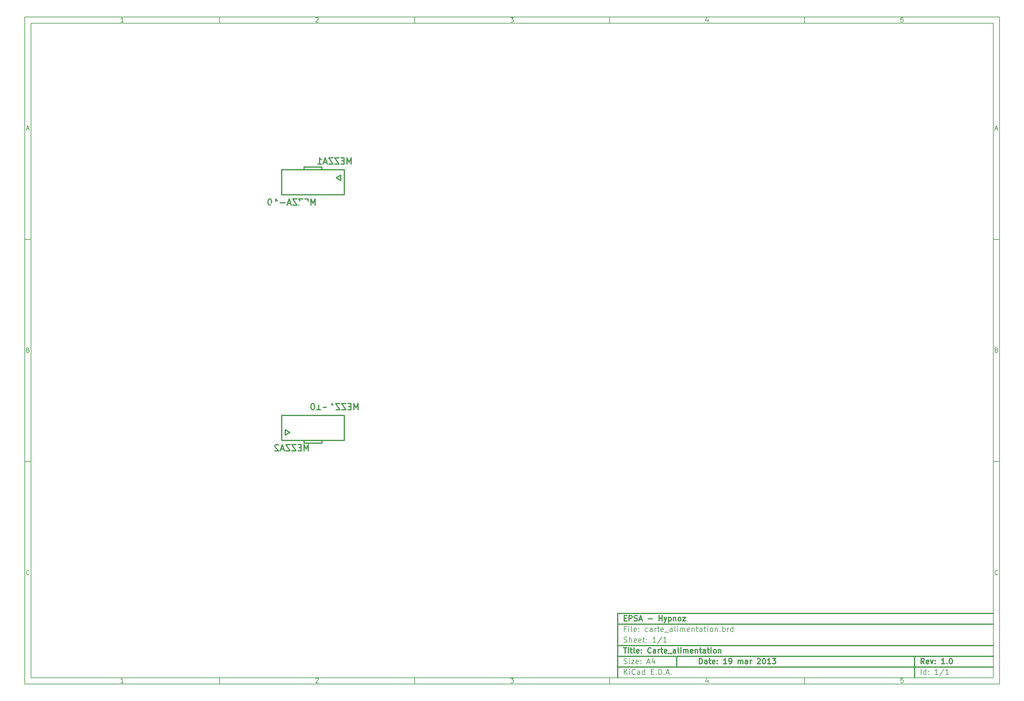
<source format=gbo>
G04 (created by PCBNEW-RS274X (2012-01-19 BZR 3256)-stable) date 19/03/2013 14:49:39*
G01*
G70*
G90*
%MOIN*%
G04 Gerber Fmt 3.4, Leading zero omitted, Abs format*
%FSLAX34Y34*%
G04 APERTURE LIST*
%ADD10C,0.006000*%
%ADD11C,0.012000*%
%ADD12C,0.014000*%
%ADD13C,0.235000*%
%ADD14R,0.105000X0.105000*%
%ADD15C,0.105000*%
%ADD16C,0.270000*%
%ADD17C,0.100000*%
%ADD18R,0.110000X0.110000*%
%ADD19C,0.110000*%
%ADD20C,0.090000*%
%ADD21R,0.095000X0.095000*%
%ADD22C,0.095000*%
%ADD23C,0.170000*%
%ADD24R,0.120000X0.120000*%
%ADD25C,0.120000*%
G04 APERTURE END LIST*
G54D10*
X04000Y-04000D02*
X113000Y-04000D01*
X113000Y-78670D01*
X04000Y-78670D01*
X04000Y-04000D01*
X04700Y-04700D02*
X112300Y-04700D01*
X112300Y-77970D01*
X04700Y-77970D01*
X04700Y-04700D01*
X25800Y-04000D02*
X25800Y-04700D01*
X15043Y-04552D02*
X14757Y-04552D01*
X14900Y-04552D02*
X14900Y-04052D01*
X14852Y-04124D01*
X14805Y-04171D01*
X14757Y-04195D01*
X25800Y-78670D02*
X25800Y-77970D01*
X15043Y-78522D02*
X14757Y-78522D01*
X14900Y-78522D02*
X14900Y-78022D01*
X14852Y-78094D01*
X14805Y-78141D01*
X14757Y-78165D01*
X47600Y-04000D02*
X47600Y-04700D01*
X36557Y-04100D02*
X36581Y-04076D01*
X36629Y-04052D01*
X36748Y-04052D01*
X36795Y-04076D01*
X36819Y-04100D01*
X36843Y-04148D01*
X36843Y-04195D01*
X36819Y-04267D01*
X36533Y-04552D01*
X36843Y-04552D01*
X47600Y-78670D02*
X47600Y-77970D01*
X36557Y-78070D02*
X36581Y-78046D01*
X36629Y-78022D01*
X36748Y-78022D01*
X36795Y-78046D01*
X36819Y-78070D01*
X36843Y-78118D01*
X36843Y-78165D01*
X36819Y-78237D01*
X36533Y-78522D01*
X36843Y-78522D01*
X69400Y-04000D02*
X69400Y-04700D01*
X58333Y-04052D02*
X58643Y-04052D01*
X58476Y-04243D01*
X58548Y-04243D01*
X58595Y-04267D01*
X58619Y-04290D01*
X58643Y-04338D01*
X58643Y-04457D01*
X58619Y-04505D01*
X58595Y-04529D01*
X58548Y-04552D01*
X58405Y-04552D01*
X58357Y-04529D01*
X58333Y-04505D01*
X69400Y-78670D02*
X69400Y-77970D01*
X58333Y-78022D02*
X58643Y-78022D01*
X58476Y-78213D01*
X58548Y-78213D01*
X58595Y-78237D01*
X58619Y-78260D01*
X58643Y-78308D01*
X58643Y-78427D01*
X58619Y-78475D01*
X58595Y-78499D01*
X58548Y-78522D01*
X58405Y-78522D01*
X58357Y-78499D01*
X58333Y-78475D01*
X91200Y-04000D02*
X91200Y-04700D01*
X80395Y-04219D02*
X80395Y-04552D01*
X80276Y-04029D02*
X80157Y-04386D01*
X80467Y-04386D01*
X91200Y-78670D02*
X91200Y-77970D01*
X80395Y-78189D02*
X80395Y-78522D01*
X80276Y-77999D02*
X80157Y-78356D01*
X80467Y-78356D01*
X102219Y-04052D02*
X101981Y-04052D01*
X101957Y-04290D01*
X101981Y-04267D01*
X102029Y-04243D01*
X102148Y-04243D01*
X102195Y-04267D01*
X102219Y-04290D01*
X102243Y-04338D01*
X102243Y-04457D01*
X102219Y-04505D01*
X102195Y-04529D01*
X102148Y-04552D01*
X102029Y-04552D01*
X101981Y-04529D01*
X101957Y-04505D01*
X102219Y-78022D02*
X101981Y-78022D01*
X101957Y-78260D01*
X101981Y-78237D01*
X102029Y-78213D01*
X102148Y-78213D01*
X102195Y-78237D01*
X102219Y-78260D01*
X102243Y-78308D01*
X102243Y-78427D01*
X102219Y-78475D01*
X102195Y-78499D01*
X102148Y-78522D01*
X102029Y-78522D01*
X101981Y-78499D01*
X101957Y-78475D01*
X04000Y-28890D02*
X04700Y-28890D01*
X04231Y-16510D02*
X04469Y-16510D01*
X04184Y-16652D02*
X04350Y-16152D01*
X04517Y-16652D01*
X113000Y-28890D02*
X112300Y-28890D01*
X112531Y-16510D02*
X112769Y-16510D01*
X112484Y-16652D02*
X112650Y-16152D01*
X112817Y-16652D01*
X04000Y-53780D02*
X04700Y-53780D01*
X04386Y-41280D02*
X04457Y-41304D01*
X04481Y-41328D01*
X04505Y-41376D01*
X04505Y-41447D01*
X04481Y-41495D01*
X04457Y-41519D01*
X04410Y-41542D01*
X04219Y-41542D01*
X04219Y-41042D01*
X04386Y-41042D01*
X04433Y-41066D01*
X04457Y-41090D01*
X04481Y-41138D01*
X04481Y-41185D01*
X04457Y-41233D01*
X04433Y-41257D01*
X04386Y-41280D01*
X04219Y-41280D01*
X113000Y-53780D02*
X112300Y-53780D01*
X112686Y-41280D02*
X112757Y-41304D01*
X112781Y-41328D01*
X112805Y-41376D01*
X112805Y-41447D01*
X112781Y-41495D01*
X112757Y-41519D01*
X112710Y-41542D01*
X112519Y-41542D01*
X112519Y-41042D01*
X112686Y-41042D01*
X112733Y-41066D01*
X112757Y-41090D01*
X112781Y-41138D01*
X112781Y-41185D01*
X112757Y-41233D01*
X112733Y-41257D01*
X112686Y-41280D01*
X112519Y-41280D01*
X04505Y-66385D02*
X04481Y-66409D01*
X04410Y-66432D01*
X04362Y-66432D01*
X04290Y-66409D01*
X04243Y-66361D01*
X04219Y-66313D01*
X04195Y-66218D01*
X04195Y-66147D01*
X04219Y-66051D01*
X04243Y-66004D01*
X04290Y-65956D01*
X04362Y-65932D01*
X04410Y-65932D01*
X04481Y-65956D01*
X04505Y-65980D01*
X112805Y-66385D02*
X112781Y-66409D01*
X112710Y-66432D01*
X112662Y-66432D01*
X112590Y-66409D01*
X112543Y-66361D01*
X112519Y-66313D01*
X112495Y-66218D01*
X112495Y-66147D01*
X112519Y-66051D01*
X112543Y-66004D01*
X112590Y-65956D01*
X112662Y-65932D01*
X112710Y-65932D01*
X112781Y-65956D01*
X112805Y-65980D01*
G54D11*
X79443Y-76413D02*
X79443Y-75813D01*
X79586Y-75813D01*
X79671Y-75841D01*
X79729Y-75899D01*
X79757Y-75956D01*
X79786Y-76070D01*
X79786Y-76156D01*
X79757Y-76270D01*
X79729Y-76327D01*
X79671Y-76384D01*
X79586Y-76413D01*
X79443Y-76413D01*
X80300Y-76413D02*
X80300Y-76099D01*
X80271Y-76041D01*
X80214Y-76013D01*
X80100Y-76013D01*
X80043Y-76041D01*
X80300Y-76384D02*
X80243Y-76413D01*
X80100Y-76413D01*
X80043Y-76384D01*
X80014Y-76327D01*
X80014Y-76270D01*
X80043Y-76213D01*
X80100Y-76184D01*
X80243Y-76184D01*
X80300Y-76156D01*
X80500Y-76013D02*
X80729Y-76013D01*
X80586Y-75813D02*
X80586Y-76327D01*
X80614Y-76384D01*
X80672Y-76413D01*
X80729Y-76413D01*
X81157Y-76384D02*
X81100Y-76413D01*
X80986Y-76413D01*
X80929Y-76384D01*
X80900Y-76327D01*
X80900Y-76099D01*
X80929Y-76041D01*
X80986Y-76013D01*
X81100Y-76013D01*
X81157Y-76041D01*
X81186Y-76099D01*
X81186Y-76156D01*
X80900Y-76213D01*
X81443Y-76356D02*
X81471Y-76384D01*
X81443Y-76413D01*
X81414Y-76384D01*
X81443Y-76356D01*
X81443Y-76413D01*
X81443Y-76041D02*
X81471Y-76070D01*
X81443Y-76099D01*
X81414Y-76070D01*
X81443Y-76041D01*
X81443Y-76099D01*
X82500Y-76413D02*
X82157Y-76413D01*
X82329Y-76413D02*
X82329Y-75813D01*
X82272Y-75899D01*
X82214Y-75956D01*
X82157Y-75984D01*
X82785Y-76413D02*
X82900Y-76413D01*
X82957Y-76384D01*
X82985Y-76356D01*
X83043Y-76270D01*
X83071Y-76156D01*
X83071Y-75927D01*
X83043Y-75870D01*
X83014Y-75841D01*
X82957Y-75813D01*
X82843Y-75813D01*
X82785Y-75841D01*
X82757Y-75870D01*
X82728Y-75927D01*
X82728Y-76070D01*
X82757Y-76127D01*
X82785Y-76156D01*
X82843Y-76184D01*
X82957Y-76184D01*
X83014Y-76156D01*
X83043Y-76127D01*
X83071Y-76070D01*
X83785Y-76413D02*
X83785Y-76013D01*
X83785Y-76070D02*
X83813Y-76041D01*
X83871Y-76013D01*
X83956Y-76013D01*
X84013Y-76041D01*
X84042Y-76099D01*
X84042Y-76413D01*
X84042Y-76099D02*
X84071Y-76041D01*
X84128Y-76013D01*
X84213Y-76013D01*
X84271Y-76041D01*
X84299Y-76099D01*
X84299Y-76413D01*
X84842Y-76413D02*
X84842Y-76099D01*
X84813Y-76041D01*
X84756Y-76013D01*
X84642Y-76013D01*
X84585Y-76041D01*
X84842Y-76384D02*
X84785Y-76413D01*
X84642Y-76413D01*
X84585Y-76384D01*
X84556Y-76327D01*
X84556Y-76270D01*
X84585Y-76213D01*
X84642Y-76184D01*
X84785Y-76184D01*
X84842Y-76156D01*
X85128Y-76413D02*
X85128Y-76013D01*
X85128Y-76127D02*
X85156Y-76070D01*
X85185Y-76041D01*
X85242Y-76013D01*
X85299Y-76013D01*
X85927Y-75870D02*
X85956Y-75841D01*
X86013Y-75813D01*
X86156Y-75813D01*
X86213Y-75841D01*
X86242Y-75870D01*
X86270Y-75927D01*
X86270Y-75984D01*
X86242Y-76070D01*
X85899Y-76413D01*
X86270Y-76413D01*
X86641Y-75813D02*
X86698Y-75813D01*
X86755Y-75841D01*
X86784Y-75870D01*
X86813Y-75927D01*
X86841Y-76041D01*
X86841Y-76184D01*
X86813Y-76299D01*
X86784Y-76356D01*
X86755Y-76384D01*
X86698Y-76413D01*
X86641Y-76413D01*
X86584Y-76384D01*
X86555Y-76356D01*
X86527Y-76299D01*
X86498Y-76184D01*
X86498Y-76041D01*
X86527Y-75927D01*
X86555Y-75870D01*
X86584Y-75841D01*
X86641Y-75813D01*
X87412Y-76413D02*
X87069Y-76413D01*
X87241Y-76413D02*
X87241Y-75813D01*
X87184Y-75899D01*
X87126Y-75956D01*
X87069Y-75984D01*
X87612Y-75813D02*
X87983Y-75813D01*
X87783Y-76041D01*
X87869Y-76041D01*
X87926Y-76070D01*
X87955Y-76099D01*
X87983Y-76156D01*
X87983Y-76299D01*
X87955Y-76356D01*
X87926Y-76384D01*
X87869Y-76413D01*
X87697Y-76413D01*
X87640Y-76384D01*
X87612Y-76356D01*
G54D10*
X71043Y-77613D02*
X71043Y-77013D01*
X71386Y-77613D02*
X71129Y-77270D01*
X71386Y-77013D02*
X71043Y-77356D01*
X71643Y-77613D02*
X71643Y-77213D01*
X71643Y-77013D02*
X71614Y-77041D01*
X71643Y-77070D01*
X71671Y-77041D01*
X71643Y-77013D01*
X71643Y-77070D01*
X72272Y-77556D02*
X72243Y-77584D01*
X72157Y-77613D01*
X72100Y-77613D01*
X72015Y-77584D01*
X71957Y-77527D01*
X71929Y-77470D01*
X71900Y-77356D01*
X71900Y-77270D01*
X71929Y-77156D01*
X71957Y-77099D01*
X72015Y-77041D01*
X72100Y-77013D01*
X72157Y-77013D01*
X72243Y-77041D01*
X72272Y-77070D01*
X72786Y-77613D02*
X72786Y-77299D01*
X72757Y-77241D01*
X72700Y-77213D01*
X72586Y-77213D01*
X72529Y-77241D01*
X72786Y-77584D02*
X72729Y-77613D01*
X72586Y-77613D01*
X72529Y-77584D01*
X72500Y-77527D01*
X72500Y-77470D01*
X72529Y-77413D01*
X72586Y-77384D01*
X72729Y-77384D01*
X72786Y-77356D01*
X73329Y-77613D02*
X73329Y-77013D01*
X73329Y-77584D02*
X73272Y-77613D01*
X73158Y-77613D01*
X73100Y-77584D01*
X73072Y-77556D01*
X73043Y-77499D01*
X73043Y-77327D01*
X73072Y-77270D01*
X73100Y-77241D01*
X73158Y-77213D01*
X73272Y-77213D01*
X73329Y-77241D01*
X74072Y-77299D02*
X74272Y-77299D01*
X74358Y-77613D02*
X74072Y-77613D01*
X74072Y-77013D01*
X74358Y-77013D01*
X74615Y-77556D02*
X74643Y-77584D01*
X74615Y-77613D01*
X74586Y-77584D01*
X74615Y-77556D01*
X74615Y-77613D01*
X74901Y-77613D02*
X74901Y-77013D01*
X75044Y-77013D01*
X75129Y-77041D01*
X75187Y-77099D01*
X75215Y-77156D01*
X75244Y-77270D01*
X75244Y-77356D01*
X75215Y-77470D01*
X75187Y-77527D01*
X75129Y-77584D01*
X75044Y-77613D01*
X74901Y-77613D01*
X75501Y-77556D02*
X75529Y-77584D01*
X75501Y-77613D01*
X75472Y-77584D01*
X75501Y-77556D01*
X75501Y-77613D01*
X75758Y-77441D02*
X76044Y-77441D01*
X75701Y-77613D02*
X75901Y-77013D01*
X76101Y-77613D01*
X76301Y-77556D02*
X76329Y-77584D01*
X76301Y-77613D01*
X76272Y-77584D01*
X76301Y-77556D01*
X76301Y-77613D01*
G54D11*
X104586Y-76413D02*
X104386Y-76127D01*
X104243Y-76413D02*
X104243Y-75813D01*
X104471Y-75813D01*
X104529Y-75841D01*
X104557Y-75870D01*
X104586Y-75927D01*
X104586Y-76013D01*
X104557Y-76070D01*
X104529Y-76099D01*
X104471Y-76127D01*
X104243Y-76127D01*
X105071Y-76384D02*
X105014Y-76413D01*
X104900Y-76413D01*
X104843Y-76384D01*
X104814Y-76327D01*
X104814Y-76099D01*
X104843Y-76041D01*
X104900Y-76013D01*
X105014Y-76013D01*
X105071Y-76041D01*
X105100Y-76099D01*
X105100Y-76156D01*
X104814Y-76213D01*
X105300Y-76013D02*
X105443Y-76413D01*
X105585Y-76013D01*
X105814Y-76356D02*
X105842Y-76384D01*
X105814Y-76413D01*
X105785Y-76384D01*
X105814Y-76356D01*
X105814Y-76413D01*
X105814Y-76041D02*
X105842Y-76070D01*
X105814Y-76099D01*
X105785Y-76070D01*
X105814Y-76041D01*
X105814Y-76099D01*
X106871Y-76413D02*
X106528Y-76413D01*
X106700Y-76413D02*
X106700Y-75813D01*
X106643Y-75899D01*
X106585Y-75956D01*
X106528Y-75984D01*
X107128Y-76356D02*
X107156Y-76384D01*
X107128Y-76413D01*
X107099Y-76384D01*
X107128Y-76356D01*
X107128Y-76413D01*
X107528Y-75813D02*
X107585Y-75813D01*
X107642Y-75841D01*
X107671Y-75870D01*
X107700Y-75927D01*
X107728Y-76041D01*
X107728Y-76184D01*
X107700Y-76299D01*
X107671Y-76356D01*
X107642Y-76384D01*
X107585Y-76413D01*
X107528Y-76413D01*
X107471Y-76384D01*
X107442Y-76356D01*
X107414Y-76299D01*
X107385Y-76184D01*
X107385Y-76041D01*
X107414Y-75927D01*
X107442Y-75870D01*
X107471Y-75841D01*
X107528Y-75813D01*
G54D10*
X71014Y-76384D02*
X71100Y-76413D01*
X71243Y-76413D01*
X71300Y-76384D01*
X71329Y-76356D01*
X71357Y-76299D01*
X71357Y-76241D01*
X71329Y-76184D01*
X71300Y-76156D01*
X71243Y-76127D01*
X71129Y-76099D01*
X71071Y-76070D01*
X71043Y-76041D01*
X71014Y-75984D01*
X71014Y-75927D01*
X71043Y-75870D01*
X71071Y-75841D01*
X71129Y-75813D01*
X71271Y-75813D01*
X71357Y-75841D01*
X71614Y-76413D02*
X71614Y-76013D01*
X71614Y-75813D02*
X71585Y-75841D01*
X71614Y-75870D01*
X71642Y-75841D01*
X71614Y-75813D01*
X71614Y-75870D01*
X71843Y-76013D02*
X72157Y-76013D01*
X71843Y-76413D01*
X72157Y-76413D01*
X72614Y-76384D02*
X72557Y-76413D01*
X72443Y-76413D01*
X72386Y-76384D01*
X72357Y-76327D01*
X72357Y-76099D01*
X72386Y-76041D01*
X72443Y-76013D01*
X72557Y-76013D01*
X72614Y-76041D01*
X72643Y-76099D01*
X72643Y-76156D01*
X72357Y-76213D01*
X72900Y-76356D02*
X72928Y-76384D01*
X72900Y-76413D01*
X72871Y-76384D01*
X72900Y-76356D01*
X72900Y-76413D01*
X72900Y-76041D02*
X72928Y-76070D01*
X72900Y-76099D01*
X72871Y-76070D01*
X72900Y-76041D01*
X72900Y-76099D01*
X73614Y-76241D02*
X73900Y-76241D01*
X73557Y-76413D02*
X73757Y-75813D01*
X73957Y-76413D01*
X74414Y-76013D02*
X74414Y-76413D01*
X74271Y-75784D02*
X74128Y-76213D01*
X74500Y-76213D01*
X104243Y-77613D02*
X104243Y-77013D01*
X104786Y-77613D02*
X104786Y-77013D01*
X104786Y-77584D02*
X104729Y-77613D01*
X104615Y-77613D01*
X104557Y-77584D01*
X104529Y-77556D01*
X104500Y-77499D01*
X104500Y-77327D01*
X104529Y-77270D01*
X104557Y-77241D01*
X104615Y-77213D01*
X104729Y-77213D01*
X104786Y-77241D01*
X105072Y-77556D02*
X105100Y-77584D01*
X105072Y-77613D01*
X105043Y-77584D01*
X105072Y-77556D01*
X105072Y-77613D01*
X105072Y-77241D02*
X105100Y-77270D01*
X105072Y-77299D01*
X105043Y-77270D01*
X105072Y-77241D01*
X105072Y-77299D01*
X106129Y-77613D02*
X105786Y-77613D01*
X105958Y-77613D02*
X105958Y-77013D01*
X105901Y-77099D01*
X105843Y-77156D01*
X105786Y-77184D01*
X106814Y-76984D02*
X106300Y-77756D01*
X107329Y-77613D02*
X106986Y-77613D01*
X107158Y-77613D02*
X107158Y-77013D01*
X107101Y-77099D01*
X107043Y-77156D01*
X106986Y-77184D01*
G54D11*
X70957Y-74613D02*
X71300Y-74613D01*
X71129Y-75213D02*
X71129Y-74613D01*
X71500Y-75213D02*
X71500Y-74813D01*
X71500Y-74613D02*
X71471Y-74641D01*
X71500Y-74670D01*
X71528Y-74641D01*
X71500Y-74613D01*
X71500Y-74670D01*
X71700Y-74813D02*
X71929Y-74813D01*
X71786Y-74613D02*
X71786Y-75127D01*
X71814Y-75184D01*
X71872Y-75213D01*
X71929Y-75213D01*
X72215Y-75213D02*
X72157Y-75184D01*
X72129Y-75127D01*
X72129Y-74613D01*
X72671Y-75184D02*
X72614Y-75213D01*
X72500Y-75213D01*
X72443Y-75184D01*
X72414Y-75127D01*
X72414Y-74899D01*
X72443Y-74841D01*
X72500Y-74813D01*
X72614Y-74813D01*
X72671Y-74841D01*
X72700Y-74899D01*
X72700Y-74956D01*
X72414Y-75013D01*
X72957Y-75156D02*
X72985Y-75184D01*
X72957Y-75213D01*
X72928Y-75184D01*
X72957Y-75156D01*
X72957Y-75213D01*
X72957Y-74841D02*
X72985Y-74870D01*
X72957Y-74899D01*
X72928Y-74870D01*
X72957Y-74841D01*
X72957Y-74899D01*
X74043Y-75156D02*
X74014Y-75184D01*
X73928Y-75213D01*
X73871Y-75213D01*
X73786Y-75184D01*
X73728Y-75127D01*
X73700Y-75070D01*
X73671Y-74956D01*
X73671Y-74870D01*
X73700Y-74756D01*
X73728Y-74699D01*
X73786Y-74641D01*
X73871Y-74613D01*
X73928Y-74613D01*
X74014Y-74641D01*
X74043Y-74670D01*
X74557Y-75213D02*
X74557Y-74899D01*
X74528Y-74841D01*
X74471Y-74813D01*
X74357Y-74813D01*
X74300Y-74841D01*
X74557Y-75184D02*
X74500Y-75213D01*
X74357Y-75213D01*
X74300Y-75184D01*
X74271Y-75127D01*
X74271Y-75070D01*
X74300Y-75013D01*
X74357Y-74984D01*
X74500Y-74984D01*
X74557Y-74956D01*
X74843Y-75213D02*
X74843Y-74813D01*
X74843Y-74927D02*
X74871Y-74870D01*
X74900Y-74841D01*
X74957Y-74813D01*
X75014Y-74813D01*
X75128Y-74813D02*
X75357Y-74813D01*
X75214Y-74613D02*
X75214Y-75127D01*
X75242Y-75184D01*
X75300Y-75213D01*
X75357Y-75213D01*
X75785Y-75184D02*
X75728Y-75213D01*
X75614Y-75213D01*
X75557Y-75184D01*
X75528Y-75127D01*
X75528Y-74899D01*
X75557Y-74841D01*
X75614Y-74813D01*
X75728Y-74813D01*
X75785Y-74841D01*
X75814Y-74899D01*
X75814Y-74956D01*
X75528Y-75013D01*
X75928Y-75270D02*
X76385Y-75270D01*
X76785Y-75213D02*
X76785Y-74899D01*
X76756Y-74841D01*
X76699Y-74813D01*
X76585Y-74813D01*
X76528Y-74841D01*
X76785Y-75184D02*
X76728Y-75213D01*
X76585Y-75213D01*
X76528Y-75184D01*
X76499Y-75127D01*
X76499Y-75070D01*
X76528Y-75013D01*
X76585Y-74984D01*
X76728Y-74984D01*
X76785Y-74956D01*
X77157Y-75213D02*
X77099Y-75184D01*
X77071Y-75127D01*
X77071Y-74613D01*
X77385Y-75213D02*
X77385Y-74813D01*
X77385Y-74613D02*
X77356Y-74641D01*
X77385Y-74670D01*
X77413Y-74641D01*
X77385Y-74613D01*
X77385Y-74670D01*
X77671Y-75213D02*
X77671Y-74813D01*
X77671Y-74870D02*
X77699Y-74841D01*
X77757Y-74813D01*
X77842Y-74813D01*
X77899Y-74841D01*
X77928Y-74899D01*
X77928Y-75213D01*
X77928Y-74899D02*
X77957Y-74841D01*
X78014Y-74813D01*
X78099Y-74813D01*
X78157Y-74841D01*
X78185Y-74899D01*
X78185Y-75213D01*
X78699Y-75184D02*
X78642Y-75213D01*
X78528Y-75213D01*
X78471Y-75184D01*
X78442Y-75127D01*
X78442Y-74899D01*
X78471Y-74841D01*
X78528Y-74813D01*
X78642Y-74813D01*
X78699Y-74841D01*
X78728Y-74899D01*
X78728Y-74956D01*
X78442Y-75013D01*
X78985Y-74813D02*
X78985Y-75213D01*
X78985Y-74870D02*
X79013Y-74841D01*
X79071Y-74813D01*
X79156Y-74813D01*
X79213Y-74841D01*
X79242Y-74899D01*
X79242Y-75213D01*
X79442Y-74813D02*
X79671Y-74813D01*
X79528Y-74613D02*
X79528Y-75127D01*
X79556Y-75184D01*
X79614Y-75213D01*
X79671Y-75213D01*
X80128Y-75213D02*
X80128Y-74899D01*
X80099Y-74841D01*
X80042Y-74813D01*
X79928Y-74813D01*
X79871Y-74841D01*
X80128Y-75184D02*
X80071Y-75213D01*
X79928Y-75213D01*
X79871Y-75184D01*
X79842Y-75127D01*
X79842Y-75070D01*
X79871Y-75013D01*
X79928Y-74984D01*
X80071Y-74984D01*
X80128Y-74956D01*
X80328Y-74813D02*
X80557Y-74813D01*
X80414Y-74613D02*
X80414Y-75127D01*
X80442Y-75184D01*
X80500Y-75213D01*
X80557Y-75213D01*
X80757Y-75213D02*
X80757Y-74813D01*
X80757Y-74613D02*
X80728Y-74641D01*
X80757Y-74670D01*
X80785Y-74641D01*
X80757Y-74613D01*
X80757Y-74670D01*
X81129Y-75213D02*
X81071Y-75184D01*
X81043Y-75156D01*
X81014Y-75099D01*
X81014Y-74927D01*
X81043Y-74870D01*
X81071Y-74841D01*
X81129Y-74813D01*
X81214Y-74813D01*
X81271Y-74841D01*
X81300Y-74870D01*
X81329Y-74927D01*
X81329Y-75099D01*
X81300Y-75156D01*
X81271Y-75184D01*
X81214Y-75213D01*
X81129Y-75213D01*
X81586Y-74813D02*
X81586Y-75213D01*
X81586Y-74870D02*
X81614Y-74841D01*
X81672Y-74813D01*
X81757Y-74813D01*
X81814Y-74841D01*
X81843Y-74899D01*
X81843Y-75213D01*
G54D10*
X71243Y-72499D02*
X71043Y-72499D01*
X71043Y-72813D02*
X71043Y-72213D01*
X71329Y-72213D01*
X71557Y-72813D02*
X71557Y-72413D01*
X71557Y-72213D02*
X71528Y-72241D01*
X71557Y-72270D01*
X71585Y-72241D01*
X71557Y-72213D01*
X71557Y-72270D01*
X71929Y-72813D02*
X71871Y-72784D01*
X71843Y-72727D01*
X71843Y-72213D01*
X72385Y-72784D02*
X72328Y-72813D01*
X72214Y-72813D01*
X72157Y-72784D01*
X72128Y-72727D01*
X72128Y-72499D01*
X72157Y-72441D01*
X72214Y-72413D01*
X72328Y-72413D01*
X72385Y-72441D01*
X72414Y-72499D01*
X72414Y-72556D01*
X72128Y-72613D01*
X72671Y-72756D02*
X72699Y-72784D01*
X72671Y-72813D01*
X72642Y-72784D01*
X72671Y-72756D01*
X72671Y-72813D01*
X72671Y-72441D02*
X72699Y-72470D01*
X72671Y-72499D01*
X72642Y-72470D01*
X72671Y-72441D01*
X72671Y-72499D01*
X73671Y-72784D02*
X73614Y-72813D01*
X73500Y-72813D01*
X73442Y-72784D01*
X73414Y-72756D01*
X73385Y-72699D01*
X73385Y-72527D01*
X73414Y-72470D01*
X73442Y-72441D01*
X73500Y-72413D01*
X73614Y-72413D01*
X73671Y-72441D01*
X74185Y-72813D02*
X74185Y-72499D01*
X74156Y-72441D01*
X74099Y-72413D01*
X73985Y-72413D01*
X73928Y-72441D01*
X74185Y-72784D02*
X74128Y-72813D01*
X73985Y-72813D01*
X73928Y-72784D01*
X73899Y-72727D01*
X73899Y-72670D01*
X73928Y-72613D01*
X73985Y-72584D01*
X74128Y-72584D01*
X74185Y-72556D01*
X74471Y-72813D02*
X74471Y-72413D01*
X74471Y-72527D02*
X74499Y-72470D01*
X74528Y-72441D01*
X74585Y-72413D01*
X74642Y-72413D01*
X74756Y-72413D02*
X74985Y-72413D01*
X74842Y-72213D02*
X74842Y-72727D01*
X74870Y-72784D01*
X74928Y-72813D01*
X74985Y-72813D01*
X75413Y-72784D02*
X75356Y-72813D01*
X75242Y-72813D01*
X75185Y-72784D01*
X75156Y-72727D01*
X75156Y-72499D01*
X75185Y-72441D01*
X75242Y-72413D01*
X75356Y-72413D01*
X75413Y-72441D01*
X75442Y-72499D01*
X75442Y-72556D01*
X75156Y-72613D01*
X75556Y-72870D02*
X76013Y-72870D01*
X76413Y-72813D02*
X76413Y-72499D01*
X76384Y-72441D01*
X76327Y-72413D01*
X76213Y-72413D01*
X76156Y-72441D01*
X76413Y-72784D02*
X76356Y-72813D01*
X76213Y-72813D01*
X76156Y-72784D01*
X76127Y-72727D01*
X76127Y-72670D01*
X76156Y-72613D01*
X76213Y-72584D01*
X76356Y-72584D01*
X76413Y-72556D01*
X76785Y-72813D02*
X76727Y-72784D01*
X76699Y-72727D01*
X76699Y-72213D01*
X77013Y-72813D02*
X77013Y-72413D01*
X77013Y-72213D02*
X76984Y-72241D01*
X77013Y-72270D01*
X77041Y-72241D01*
X77013Y-72213D01*
X77013Y-72270D01*
X77299Y-72813D02*
X77299Y-72413D01*
X77299Y-72470D02*
X77327Y-72441D01*
X77385Y-72413D01*
X77470Y-72413D01*
X77527Y-72441D01*
X77556Y-72499D01*
X77556Y-72813D01*
X77556Y-72499D02*
X77585Y-72441D01*
X77642Y-72413D01*
X77727Y-72413D01*
X77785Y-72441D01*
X77813Y-72499D01*
X77813Y-72813D01*
X78327Y-72784D02*
X78270Y-72813D01*
X78156Y-72813D01*
X78099Y-72784D01*
X78070Y-72727D01*
X78070Y-72499D01*
X78099Y-72441D01*
X78156Y-72413D01*
X78270Y-72413D01*
X78327Y-72441D01*
X78356Y-72499D01*
X78356Y-72556D01*
X78070Y-72613D01*
X78613Y-72413D02*
X78613Y-72813D01*
X78613Y-72470D02*
X78641Y-72441D01*
X78699Y-72413D01*
X78784Y-72413D01*
X78841Y-72441D01*
X78870Y-72499D01*
X78870Y-72813D01*
X79070Y-72413D02*
X79299Y-72413D01*
X79156Y-72213D02*
X79156Y-72727D01*
X79184Y-72784D01*
X79242Y-72813D01*
X79299Y-72813D01*
X79756Y-72813D02*
X79756Y-72499D01*
X79727Y-72441D01*
X79670Y-72413D01*
X79556Y-72413D01*
X79499Y-72441D01*
X79756Y-72784D02*
X79699Y-72813D01*
X79556Y-72813D01*
X79499Y-72784D01*
X79470Y-72727D01*
X79470Y-72670D01*
X79499Y-72613D01*
X79556Y-72584D01*
X79699Y-72584D01*
X79756Y-72556D01*
X79956Y-72413D02*
X80185Y-72413D01*
X80042Y-72213D02*
X80042Y-72727D01*
X80070Y-72784D01*
X80128Y-72813D01*
X80185Y-72813D01*
X80385Y-72813D02*
X80385Y-72413D01*
X80385Y-72213D02*
X80356Y-72241D01*
X80385Y-72270D01*
X80413Y-72241D01*
X80385Y-72213D01*
X80385Y-72270D01*
X80757Y-72813D02*
X80699Y-72784D01*
X80671Y-72756D01*
X80642Y-72699D01*
X80642Y-72527D01*
X80671Y-72470D01*
X80699Y-72441D01*
X80757Y-72413D01*
X80842Y-72413D01*
X80899Y-72441D01*
X80928Y-72470D01*
X80957Y-72527D01*
X80957Y-72699D01*
X80928Y-72756D01*
X80899Y-72784D01*
X80842Y-72813D01*
X80757Y-72813D01*
X81214Y-72413D02*
X81214Y-72813D01*
X81214Y-72470D02*
X81242Y-72441D01*
X81300Y-72413D01*
X81385Y-72413D01*
X81442Y-72441D01*
X81471Y-72499D01*
X81471Y-72813D01*
X81757Y-72756D02*
X81785Y-72784D01*
X81757Y-72813D01*
X81728Y-72784D01*
X81757Y-72756D01*
X81757Y-72813D01*
X82043Y-72813D02*
X82043Y-72213D01*
X82043Y-72441D02*
X82100Y-72413D01*
X82214Y-72413D01*
X82271Y-72441D01*
X82300Y-72470D01*
X82329Y-72527D01*
X82329Y-72699D01*
X82300Y-72756D01*
X82271Y-72784D01*
X82214Y-72813D01*
X82100Y-72813D01*
X82043Y-72784D01*
X82586Y-72813D02*
X82586Y-72413D01*
X82586Y-72527D02*
X82614Y-72470D01*
X82643Y-72441D01*
X82700Y-72413D01*
X82757Y-72413D01*
X83214Y-72813D02*
X83214Y-72213D01*
X83214Y-72784D02*
X83157Y-72813D01*
X83043Y-72813D01*
X82985Y-72784D01*
X82957Y-72756D01*
X82928Y-72699D01*
X82928Y-72527D01*
X82957Y-72470D01*
X82985Y-72441D01*
X83043Y-72413D01*
X83157Y-72413D01*
X83214Y-72441D01*
X71014Y-73984D02*
X71100Y-74013D01*
X71243Y-74013D01*
X71300Y-73984D01*
X71329Y-73956D01*
X71357Y-73899D01*
X71357Y-73841D01*
X71329Y-73784D01*
X71300Y-73756D01*
X71243Y-73727D01*
X71129Y-73699D01*
X71071Y-73670D01*
X71043Y-73641D01*
X71014Y-73584D01*
X71014Y-73527D01*
X71043Y-73470D01*
X71071Y-73441D01*
X71129Y-73413D01*
X71271Y-73413D01*
X71357Y-73441D01*
X71614Y-74013D02*
X71614Y-73413D01*
X71871Y-74013D02*
X71871Y-73699D01*
X71842Y-73641D01*
X71785Y-73613D01*
X71700Y-73613D01*
X71642Y-73641D01*
X71614Y-73670D01*
X72385Y-73984D02*
X72328Y-74013D01*
X72214Y-74013D01*
X72157Y-73984D01*
X72128Y-73927D01*
X72128Y-73699D01*
X72157Y-73641D01*
X72214Y-73613D01*
X72328Y-73613D01*
X72385Y-73641D01*
X72414Y-73699D01*
X72414Y-73756D01*
X72128Y-73813D01*
X72899Y-73984D02*
X72842Y-74013D01*
X72728Y-74013D01*
X72671Y-73984D01*
X72642Y-73927D01*
X72642Y-73699D01*
X72671Y-73641D01*
X72728Y-73613D01*
X72842Y-73613D01*
X72899Y-73641D01*
X72928Y-73699D01*
X72928Y-73756D01*
X72642Y-73813D01*
X73099Y-73613D02*
X73328Y-73613D01*
X73185Y-73413D02*
X73185Y-73927D01*
X73213Y-73984D01*
X73271Y-74013D01*
X73328Y-74013D01*
X73528Y-73956D02*
X73556Y-73984D01*
X73528Y-74013D01*
X73499Y-73984D01*
X73528Y-73956D01*
X73528Y-74013D01*
X73528Y-73641D02*
X73556Y-73670D01*
X73528Y-73699D01*
X73499Y-73670D01*
X73528Y-73641D01*
X73528Y-73699D01*
X74585Y-74013D02*
X74242Y-74013D01*
X74414Y-74013D02*
X74414Y-73413D01*
X74357Y-73499D01*
X74299Y-73556D01*
X74242Y-73584D01*
X75270Y-73384D02*
X74756Y-74156D01*
X75785Y-74013D02*
X75442Y-74013D01*
X75614Y-74013D02*
X75614Y-73413D01*
X75557Y-73499D01*
X75499Y-73556D01*
X75442Y-73584D01*
G54D11*
X71043Y-71299D02*
X71243Y-71299D01*
X71329Y-71613D02*
X71043Y-71613D01*
X71043Y-71013D01*
X71329Y-71013D01*
X71586Y-71613D02*
X71586Y-71013D01*
X71814Y-71013D01*
X71872Y-71041D01*
X71900Y-71070D01*
X71929Y-71127D01*
X71929Y-71213D01*
X71900Y-71270D01*
X71872Y-71299D01*
X71814Y-71327D01*
X71586Y-71327D01*
X72157Y-71584D02*
X72243Y-71613D01*
X72386Y-71613D01*
X72443Y-71584D01*
X72472Y-71556D01*
X72500Y-71499D01*
X72500Y-71441D01*
X72472Y-71384D01*
X72443Y-71356D01*
X72386Y-71327D01*
X72272Y-71299D01*
X72214Y-71270D01*
X72186Y-71241D01*
X72157Y-71184D01*
X72157Y-71127D01*
X72186Y-71070D01*
X72214Y-71041D01*
X72272Y-71013D01*
X72414Y-71013D01*
X72500Y-71041D01*
X72728Y-71441D02*
X73014Y-71441D01*
X72671Y-71613D02*
X72871Y-71013D01*
X73071Y-71613D01*
X73728Y-71384D02*
X74185Y-71384D01*
X74928Y-71613D02*
X74928Y-71013D01*
X74928Y-71299D02*
X75271Y-71299D01*
X75271Y-71613D02*
X75271Y-71013D01*
X75500Y-71213D02*
X75643Y-71613D01*
X75785Y-71213D02*
X75643Y-71613D01*
X75585Y-71756D01*
X75557Y-71784D01*
X75500Y-71813D01*
X76014Y-71213D02*
X76014Y-71813D01*
X76014Y-71241D02*
X76071Y-71213D01*
X76185Y-71213D01*
X76242Y-71241D01*
X76271Y-71270D01*
X76300Y-71327D01*
X76300Y-71499D01*
X76271Y-71556D01*
X76242Y-71584D01*
X76185Y-71613D01*
X76071Y-71613D01*
X76014Y-71584D01*
X76557Y-71213D02*
X76557Y-71613D01*
X76557Y-71270D02*
X76585Y-71241D01*
X76643Y-71213D01*
X76728Y-71213D01*
X76785Y-71241D01*
X76814Y-71299D01*
X76814Y-71613D01*
X77186Y-71613D02*
X77128Y-71584D01*
X77100Y-71556D01*
X77071Y-71499D01*
X77071Y-71327D01*
X77100Y-71270D01*
X77128Y-71241D01*
X77186Y-71213D01*
X77271Y-71213D01*
X77328Y-71241D01*
X77357Y-71270D01*
X77386Y-71327D01*
X77386Y-71499D01*
X77357Y-71556D01*
X77328Y-71584D01*
X77271Y-71613D01*
X77186Y-71613D01*
X77586Y-71213D02*
X77900Y-71213D01*
X77586Y-71613D01*
X77900Y-71613D01*
X70300Y-70770D02*
X70300Y-77970D01*
X70300Y-71970D02*
X112300Y-71970D01*
X70300Y-70770D02*
X112300Y-70770D01*
X70300Y-74370D02*
X112300Y-74370D01*
X103500Y-75570D02*
X103500Y-77970D01*
X70300Y-76770D02*
X112300Y-76770D01*
X70300Y-75570D02*
X112300Y-75570D01*
X76900Y-75570D02*
X76900Y-76770D01*
G54D12*
X35250Y-51400D02*
X37250Y-51400D01*
X35250Y-51700D02*
X37250Y-51700D01*
X32750Y-51400D02*
X32750Y-48600D01*
X39750Y-51400D02*
X39750Y-48600D01*
X35250Y-51700D02*
X35250Y-51400D01*
X35250Y-51400D02*
X32750Y-51400D01*
X32750Y-48600D02*
X39750Y-48600D01*
X39750Y-51400D02*
X37250Y-51400D01*
X37250Y-51400D02*
X37250Y-51700D01*
X33650Y-50500D02*
X33150Y-50200D01*
X33150Y-50200D02*
X33150Y-50800D01*
X33150Y-50800D02*
X33650Y-50500D01*
X37250Y-21100D02*
X35250Y-21100D01*
X37250Y-20800D02*
X35250Y-20800D01*
X39750Y-21100D02*
X39750Y-23900D01*
X32750Y-21100D02*
X32750Y-23900D01*
X37250Y-20800D02*
X37250Y-21100D01*
X37250Y-21100D02*
X39750Y-21100D01*
X39750Y-23900D02*
X32750Y-23900D01*
X32750Y-21100D02*
X35250Y-21100D01*
X35250Y-21100D02*
X35250Y-20800D01*
X38850Y-22000D02*
X39350Y-22300D01*
X39350Y-22300D02*
X39350Y-21700D01*
X39350Y-21700D02*
X38850Y-22000D01*
G54D11*
X35700Y-52583D02*
X35700Y-51883D01*
X35467Y-52383D01*
X35234Y-51883D01*
X35234Y-52583D01*
X34900Y-52217D02*
X34667Y-52217D01*
X34567Y-52583D02*
X34900Y-52583D01*
X34900Y-51883D01*
X34567Y-51883D01*
X34334Y-51883D02*
X33867Y-51883D01*
X34334Y-52583D01*
X33867Y-52583D01*
X33667Y-51883D02*
X33200Y-51883D01*
X33667Y-52583D01*
X33200Y-52583D01*
X32967Y-52383D02*
X32633Y-52383D01*
X33033Y-52583D02*
X32800Y-51883D01*
X32567Y-52583D01*
X32367Y-51950D02*
X32333Y-51917D01*
X32267Y-51883D01*
X32100Y-51883D01*
X32033Y-51917D01*
X32000Y-51950D01*
X31967Y-52017D01*
X31967Y-52083D01*
X32000Y-52183D01*
X32400Y-52583D01*
X31967Y-52583D01*
X41267Y-47983D02*
X41267Y-47283D01*
X41034Y-47783D01*
X40801Y-47283D01*
X40801Y-47983D01*
X40467Y-47617D02*
X40234Y-47617D01*
X40134Y-47983D02*
X40467Y-47983D01*
X40467Y-47283D01*
X40134Y-47283D01*
X39901Y-47283D02*
X39434Y-47283D01*
X39901Y-47983D01*
X39434Y-47983D01*
X39234Y-47283D02*
X38767Y-47283D01*
X39234Y-47983D01*
X38767Y-47983D01*
X38534Y-47783D02*
X38200Y-47783D01*
X38600Y-47983D02*
X38367Y-47283D01*
X38134Y-47983D01*
X37900Y-47717D02*
X37367Y-47717D01*
X36667Y-47983D02*
X37067Y-47983D01*
X36867Y-47983D02*
X36867Y-47283D01*
X36933Y-47383D01*
X37000Y-47450D01*
X37067Y-47483D01*
X36233Y-47283D02*
X36166Y-47283D01*
X36100Y-47317D01*
X36066Y-47350D01*
X36033Y-47417D01*
X36000Y-47550D01*
X36000Y-47717D01*
X36033Y-47850D01*
X36066Y-47917D01*
X36100Y-47950D01*
X36166Y-47983D01*
X36233Y-47983D01*
X36300Y-47950D01*
X36333Y-47917D01*
X36366Y-47850D01*
X36400Y-47717D01*
X36400Y-47550D01*
X36366Y-47417D01*
X36333Y-47350D01*
X36300Y-47317D01*
X36233Y-47283D01*
X40500Y-20483D02*
X40500Y-19783D01*
X40267Y-20283D01*
X40034Y-19783D01*
X40034Y-20483D01*
X39700Y-20117D02*
X39467Y-20117D01*
X39367Y-20483D02*
X39700Y-20483D01*
X39700Y-19783D01*
X39367Y-19783D01*
X39134Y-19783D02*
X38667Y-19783D01*
X39134Y-20483D01*
X38667Y-20483D01*
X38467Y-19783D02*
X38000Y-19783D01*
X38467Y-20483D01*
X38000Y-20483D01*
X37767Y-20283D02*
X37433Y-20283D01*
X37833Y-20483D02*
X37600Y-19783D01*
X37367Y-20483D01*
X36767Y-20483D02*
X37167Y-20483D01*
X36967Y-20483D02*
X36967Y-19783D01*
X37033Y-19883D01*
X37100Y-19950D01*
X37167Y-19983D01*
X36467Y-25083D02*
X36467Y-24383D01*
X36234Y-24883D01*
X36001Y-24383D01*
X36001Y-25083D01*
X35667Y-24717D02*
X35434Y-24717D01*
X35334Y-25083D02*
X35667Y-25083D01*
X35667Y-24383D01*
X35334Y-24383D01*
X35101Y-24383D02*
X34634Y-24383D01*
X35101Y-25083D01*
X34634Y-25083D01*
X34434Y-24383D02*
X33967Y-24383D01*
X34434Y-25083D01*
X33967Y-25083D01*
X33734Y-24883D02*
X33400Y-24883D01*
X33800Y-25083D02*
X33567Y-24383D01*
X33334Y-25083D01*
X33100Y-24817D02*
X32567Y-24817D01*
X31867Y-25083D02*
X32267Y-25083D01*
X32067Y-25083D02*
X32067Y-24383D01*
X32133Y-24483D01*
X32200Y-24550D01*
X32267Y-24583D01*
X31433Y-24383D02*
X31366Y-24383D01*
X31300Y-24417D01*
X31266Y-24450D01*
X31233Y-24517D01*
X31200Y-24650D01*
X31200Y-24817D01*
X31233Y-24950D01*
X31266Y-25017D01*
X31300Y-25050D01*
X31366Y-25083D01*
X31433Y-25083D01*
X31500Y-25050D01*
X31533Y-25017D01*
X31566Y-24950D01*
X31600Y-24817D01*
X31600Y-24650D01*
X31566Y-24517D01*
X31533Y-24450D01*
X31500Y-24417D01*
X31433Y-24383D01*
%LPC*%
G54D13*
X30750Y-50000D03*
X41750Y-50000D03*
G54D14*
X34250Y-50500D03*
G54D15*
X34250Y-49500D03*
X35250Y-50500D03*
X35250Y-49500D03*
X36250Y-50500D03*
X36250Y-49500D03*
X37250Y-50500D03*
X37250Y-49500D03*
X38250Y-50500D03*
X38250Y-49500D03*
G54D13*
X41750Y-22500D03*
X30750Y-22500D03*
G54D14*
X38250Y-22000D03*
G54D15*
X38250Y-23000D03*
X37250Y-22000D03*
X37250Y-23000D03*
X36250Y-22000D03*
X36250Y-23000D03*
X35250Y-22000D03*
X35250Y-23000D03*
X34250Y-22000D03*
X34250Y-23000D03*
G54D16*
X50000Y-22500D03*
X50000Y-50000D03*
X22500Y-50000D03*
G54D17*
X27500Y-45500D03*
X31500Y-46500D03*
X27500Y-47500D03*
G54D18*
X30500Y-41250D03*
G54D19*
X33500Y-41250D03*
X33500Y-34754D03*
X33500Y-31998D03*
X30500Y-33376D03*
G54D20*
X39500Y-26250D03*
X36500Y-26250D03*
X36500Y-27250D03*
X39500Y-27250D03*
G54D21*
X22500Y-36500D03*
G54D22*
X22500Y-37500D03*
G54D21*
X50000Y-30250D03*
G54D22*
X50000Y-29250D03*
G54D21*
X50000Y-32250D03*
G54D22*
X50000Y-31250D03*
G54D23*
X26750Y-29000D03*
X26750Y-31000D03*
X26750Y-35000D03*
X26750Y-37000D03*
G54D18*
X38750Y-30250D03*
G54D19*
X38750Y-42250D03*
G54D18*
X44750Y-30250D03*
G54D19*
X44750Y-42250D03*
G54D21*
X50000Y-34250D03*
G54D22*
X50000Y-33250D03*
G54D21*
X50000Y-37750D03*
G54D22*
X50000Y-36750D03*
G54D21*
X50000Y-39750D03*
G54D22*
X50000Y-38750D03*
G54D21*
X50000Y-41750D03*
G54D22*
X50000Y-40750D03*
X30000Y-43500D03*
G54D21*
X34000Y-43500D03*
G54D24*
X22500Y-29000D03*
G54D25*
X22500Y-31000D03*
G54D19*
X37250Y-47000D03*
X35250Y-25000D03*
G54D20*
X33000Y-47000D03*
X39500Y-25000D03*
G54D19*
X38250Y-48000D03*
X32000Y-25250D03*
M02*

</source>
